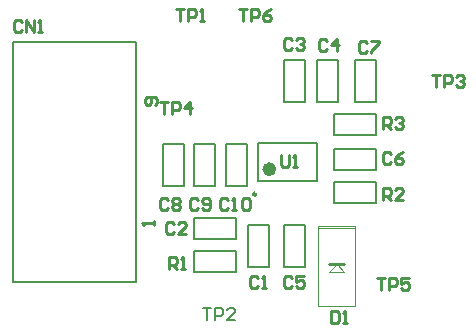
<source format=gto>
G04 Layer_Color=65535*
%FSLAX25Y25*%
%MOIN*%
G70*
G01*
G75*
%ADD22C,0.02362*%
%ADD23C,0.00984*%
%ADD24C,0.00500*%
%ADD25C,0.00315*%
%ADD26C,0.00400*%
%ADD27C,0.00787*%
%ADD28C,0.01000*%
%ADD29C,0.00800*%
D22*
X205776Y187638D02*
G03*
X205776Y187638I-1181J0D01*
G01*
D23*
X200146Y179272D02*
G03*
X200146Y179272I-492J0D01*
G01*
X224500Y156026D02*
X227000D01*
X229500D01*
D24*
X190000Y196000D02*
X197000Y196000D01*
X190000Y182000D02*
X197000D01*
X190000Y196000D02*
X190000Y182000D01*
X197000D02*
Y196000D01*
X240000Y176500D02*
X240000Y183500D01*
X226000Y176500D02*
Y183500D01*
X240000Y183500D01*
X226000Y176500D02*
X240000D01*
X193500Y153500D02*
X193500Y160500D01*
X179500Y153500D02*
Y160500D01*
X193500Y160500D01*
X179500Y153500D02*
X193500D01*
X169000Y196000D02*
X176000Y196000D01*
X169000Y182000D02*
X176000D01*
X169000Y196000D02*
X169000Y182000D01*
X176000D02*
Y196000D01*
X226000Y187500D02*
X226000Y194500D01*
X240000Y187500D02*
Y194500D01*
X226000Y187500D02*
X240000Y187500D01*
X226000Y194500D02*
X240000D01*
X240000Y199000D02*
X240000Y206000D01*
X226000Y199000D02*
Y206000D01*
X240000Y206000D01*
X226000Y199000D02*
X240000D01*
X179500Y196000D02*
X186500Y196000D01*
X179500Y182000D02*
X186500D01*
X179500Y196000D02*
X179500Y182000D01*
X186500D02*
Y196000D01*
X233000Y210000D02*
X240000Y210000D01*
X233000Y224000D02*
X240000D01*
X240000Y210000D01*
X233000Y210000D02*
Y224000D01*
X209500Y169000D02*
X216500Y169000D01*
X209500Y155000D02*
X216500D01*
X209500Y169000D02*
X209500Y155000D01*
X216500D02*
Y169000D01*
X220500Y210000D02*
X227500Y210000D01*
X220500Y224000D02*
X227500D01*
X227500Y210000D01*
X220500Y210000D02*
Y224000D01*
X209500Y210000D02*
X216500Y210000D01*
X209500Y224000D02*
X216500D01*
X216500Y210000D01*
X209500Y210000D02*
Y224000D01*
X193500Y164500D02*
X193500Y171500D01*
X179500Y164500D02*
Y171500D01*
X193500Y171500D01*
X179500Y164500D02*
X193500D01*
X197500Y169000D02*
X204500Y169000D01*
X197500Y155000D02*
X204500D01*
X197500Y169000D02*
X197500Y155000D01*
X204500D02*
Y169000D01*
D25*
X220800Y168000D02*
X233000D01*
D26*
X233102Y142000D02*
Y168800D01*
X230027Y142000D02*
X233102D01*
X220799D02*
X223875D01*
X220799D02*
Y168800D01*
X233102D01*
X223875Y142000D02*
X230027D01*
X224500Y153526D02*
X227000Y156026D01*
X224500Y153526D02*
X227000D01*
Y156026D02*
X229500Y153526D01*
X227000D02*
X229500D01*
D27*
X220342Y183701D02*
Y196299D01*
X200658Y183701D02*
Y196299D01*
X220342D01*
X200658Y183701D02*
X220342D01*
X119000Y230000D02*
X160000D01*
X119000Y150000D02*
X160000D01*
Y230000D01*
X119000Y150000D02*
Y230000D01*
D28*
X225000Y140499D02*
Y136500D01*
X226999D01*
X227666Y137167D01*
Y139832D01*
X226999Y140499D01*
X225000D01*
X228999Y136500D02*
X230332D01*
X229665D01*
Y140499D01*
X228999Y139832D01*
X190666Y177332D02*
X189999Y177999D01*
X188666D01*
X188000Y177332D01*
Y174667D01*
X188666Y174000D01*
X189999D01*
X190666Y174667D01*
X191999Y174000D02*
X193332D01*
X192665D01*
Y177999D01*
X191999Y177332D01*
X195331D02*
X195997Y177999D01*
X197330D01*
X197997Y177332D01*
Y174667D01*
X197330Y174000D01*
X195997D01*
X195331Y174667D01*
Y177332D01*
X208500Y192499D02*
Y189166D01*
X209166Y188500D01*
X210499D01*
X211166Y189166D01*
Y192499D01*
X212499Y188500D02*
X213832D01*
X213165D01*
Y192499D01*
X212499Y191832D01*
X194500Y240999D02*
X197166D01*
X195833D01*
Y237000D01*
X198499D02*
Y240999D01*
X200498D01*
X201165Y240332D01*
Y238999D01*
X200498Y238333D01*
X198499D01*
X205163Y240999D02*
X203830Y240332D01*
X202497Y238999D01*
Y237666D01*
X203164Y237000D01*
X204497D01*
X205163Y237666D01*
Y238333D01*
X204497Y238999D01*
X202497D01*
X240500Y151499D02*
X243166D01*
X241833D01*
Y147500D01*
X244499D02*
Y151499D01*
X246498D01*
X247165Y150832D01*
Y149499D01*
X246498Y148833D01*
X244499D01*
X251163Y151499D02*
X248497D01*
Y149499D01*
X249830Y150166D01*
X250497D01*
X251163Y149499D01*
Y148167D01*
X250497Y147500D01*
X249164D01*
X248497Y148167D01*
X168000Y209999D02*
X170666D01*
X169333D01*
Y206000D01*
X171999D02*
Y209999D01*
X173998D01*
X174664Y209332D01*
Y207999D01*
X173998Y207333D01*
X171999D01*
X177997Y206000D02*
Y209999D01*
X175997Y207999D01*
X178663D01*
X258700Y219099D02*
X261366D01*
X260033D01*
Y215100D01*
X262699D02*
Y219099D01*
X264698D01*
X265365Y218432D01*
Y217099D01*
X264698Y216433D01*
X262699D01*
X266697Y218432D02*
X267364Y219099D01*
X268697D01*
X269363Y218432D01*
Y217766D01*
X268697Y217099D01*
X268030D01*
X268697D01*
X269363Y216433D01*
Y215766D01*
X268697Y215100D01*
X267364D01*
X266697Y215766D01*
X173500Y240999D02*
X176166D01*
X174833D01*
Y237000D01*
X177499D02*
Y240999D01*
X179498D01*
X180165Y240332D01*
Y238999D01*
X179498Y238333D01*
X177499D01*
X181497Y237000D02*
X182830D01*
X182164D01*
Y240999D01*
X181497Y240332D01*
X242500Y201000D02*
Y204999D01*
X244499D01*
X245166Y204332D01*
Y202999D01*
X244499Y202333D01*
X242500D01*
X243833D02*
X245166Y201000D01*
X246499Y204332D02*
X247165Y204999D01*
X248498D01*
X249165Y204332D01*
Y203666D01*
X248498Y202999D01*
X247832D01*
X248498D01*
X249165Y202333D01*
Y201666D01*
X248498Y201000D01*
X247165D01*
X246499Y201666D01*
X171000Y154500D02*
Y158499D01*
X172999D01*
X173666Y157832D01*
Y156499D01*
X172999Y155833D01*
X171000D01*
X172333D02*
X173666Y154500D01*
X174999D02*
X176332D01*
X175665D01*
Y158499D01*
X174999Y157832D01*
X180666Y177332D02*
X179999Y177999D01*
X178666D01*
X178000Y177332D01*
Y174667D01*
X178666Y174000D01*
X179999D01*
X180666Y174667D01*
X181999D02*
X182665Y174000D01*
X183998D01*
X184664Y174667D01*
Y177332D01*
X183998Y177999D01*
X182665D01*
X181999Y177332D01*
Y176666D01*
X182665Y175999D01*
X184664D01*
X170666Y177332D02*
X169999Y177999D01*
X168667D01*
X168000Y177332D01*
Y174667D01*
X168667Y174000D01*
X169999D01*
X170666Y174667D01*
X171999Y177332D02*
X172665Y177999D01*
X173998D01*
X174664Y177332D01*
Y176666D01*
X173998Y175999D01*
X174664Y175333D01*
Y174667D01*
X173998Y174000D01*
X172665D01*
X171999Y174667D01*
Y175333D01*
X172665Y175999D01*
X171999Y176666D01*
Y177332D01*
X172665Y175999D02*
X173998D01*
X237166Y229832D02*
X236499Y230499D01*
X235166D01*
X234500Y229832D01*
Y227166D01*
X235166Y226500D01*
X236499D01*
X237166Y227166D01*
X238499Y230499D02*
X241164D01*
Y229832D01*
X238499Y227166D01*
Y226500D01*
X245166Y192832D02*
X244499Y193499D01*
X243166D01*
X242500Y192832D01*
Y190166D01*
X243166Y189500D01*
X244499D01*
X245166Y190166D01*
X249165Y193499D02*
X247832Y192832D01*
X246499Y191499D01*
Y190166D01*
X247165Y189500D01*
X248498D01*
X249165Y190166D01*
Y190833D01*
X248498Y191499D01*
X246499D01*
X212166Y151332D02*
X211499Y151999D01*
X210166D01*
X209500Y151332D01*
Y148667D01*
X210166Y148000D01*
X211499D01*
X212166Y148667D01*
X216164Y151999D02*
X213499D01*
Y149999D01*
X214832Y150666D01*
X215498D01*
X216164Y149999D01*
Y148667D01*
X215498Y148000D01*
X214165D01*
X213499Y148667D01*
X223666Y230332D02*
X222999Y230999D01*
X221666D01*
X221000Y230332D01*
Y227666D01*
X221666Y227000D01*
X222999D01*
X223666Y227666D01*
X226998Y227000D02*
Y230999D01*
X224999Y228999D01*
X227664D01*
X212166Y230832D02*
X211499Y231499D01*
X210166D01*
X209500Y230832D01*
Y228166D01*
X210166Y227500D01*
X211499D01*
X212166Y228166D01*
X213499Y230832D02*
X214165Y231499D01*
X215498D01*
X216164Y230832D01*
Y230166D01*
X215498Y229499D01*
X214832D01*
X215498D01*
X216164Y228833D01*
Y228166D01*
X215498Y227500D01*
X214165D01*
X213499Y228166D01*
X172666Y169332D02*
X171999Y169999D01*
X170667D01*
X170000Y169332D01*
Y166666D01*
X170667Y166000D01*
X171999D01*
X172666Y166666D01*
X176664Y166000D02*
X173999D01*
X176664Y168666D01*
Y169332D01*
X175998Y169999D01*
X174665D01*
X173999Y169332D01*
X200666Y151332D02*
X199999Y151999D01*
X198667D01*
X198000Y151332D01*
Y148667D01*
X198667Y148000D01*
X199999D01*
X200666Y148667D01*
X201999Y148000D02*
X203332D01*
X202665D01*
Y151999D01*
X201999Y151332D01*
X242500Y177500D02*
Y181499D01*
X244499D01*
X245166Y180832D01*
Y179499D01*
X244499Y178833D01*
X242500D01*
X243833D02*
X245166Y177500D01*
X249165D02*
X246499D01*
X249165Y180166D01*
Y180832D01*
X248498Y181499D01*
X247165D01*
X246499Y180832D01*
X122266Y236732D02*
X121599Y237399D01*
X120266D01*
X119600Y236732D01*
Y234066D01*
X120266Y233400D01*
X121599D01*
X122266Y234066D01*
X123599Y233400D02*
Y237399D01*
X126265Y233400D01*
Y237399D01*
X127597Y233400D02*
X128930D01*
X128264D01*
Y237399D01*
X127597Y236732D01*
X166333Y209000D02*
X167000Y209666D01*
Y210999D01*
X166333Y211666D01*
X163668D01*
X163001Y210999D01*
Y209666D01*
X163668Y209000D01*
X164334D01*
X165001Y209666D01*
Y211666D01*
X166000Y169000D02*
Y170333D01*
Y169667D01*
X162001D01*
X162668Y169000D01*
D29*
X182500Y141499D02*
X185166D01*
X183833D01*
Y137500D01*
X186499D02*
Y141499D01*
X188498D01*
X189164Y140832D01*
Y139499D01*
X188498Y138833D01*
X186499D01*
X193163Y137500D02*
X190497D01*
X193163Y140166D01*
Y140832D01*
X192497Y141499D01*
X191164D01*
X190497Y140832D01*
M02*

</source>
